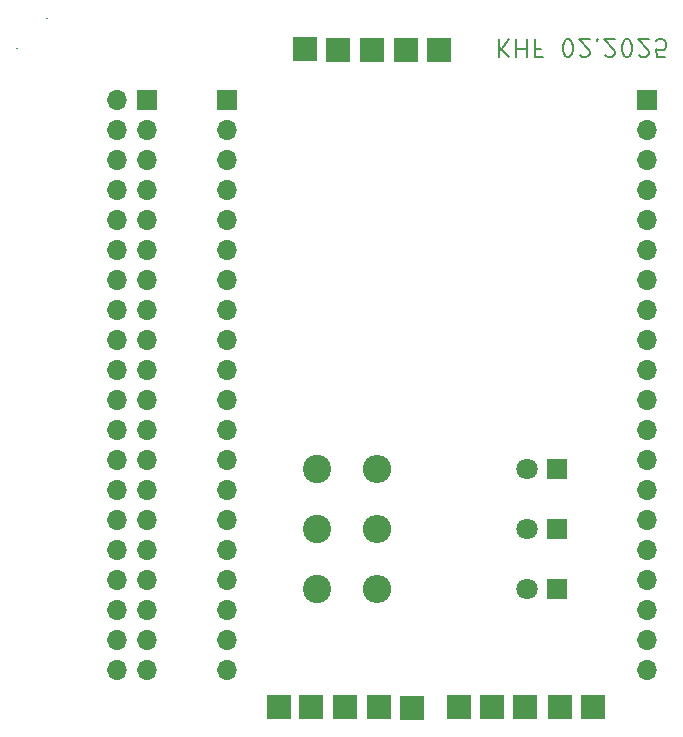
<source format=gbr>
%TF.GenerationSoftware,KiCad,Pcbnew,7.0.8*%
%TF.CreationDate,2025-02-20T14:53:18+01:00*%
%TF.ProjectId,Raspi,52617370-692e-46b6-9963-61645f706362,rev?*%
%TF.SameCoordinates,Original*%
%TF.FileFunction,Soldermask,Bot*%
%TF.FilePolarity,Negative*%
%FSLAX46Y46*%
G04 Gerber Fmt 4.6, Leading zero omitted, Abs format (unit mm)*
G04 Created by KiCad (PCBNEW 7.0.8) date 2025-02-20 14:53:18*
%MOMM*%
%LPD*%
G01*
G04 APERTURE LIST*
%ADD10C,0.150000*%
%ADD11R,2.000000X2.000000*%
%ADD12C,2.400000*%
%ADD13O,2.400000X2.400000*%
%ADD14R,1.800000X1.800000*%
%ADD15C,1.800000*%
%ADD16O,1.700000X1.700000*%
%ADD17R,1.700000X1.700000*%
G04 APERTURE END LIST*
D10*
X117602001Y-71374000D02*
G75*
G03*
X117602001Y-71374000I-1J0D01*
G01*
X115062001Y-73914000D02*
G75*
G03*
X115062001Y-73914000I-1J0D01*
G01*
X155837826Y-73125371D02*
X155837826Y-74625371D01*
X156694969Y-73125371D02*
X156052112Y-73982514D01*
X156694969Y-74625371D02*
X155837826Y-73768228D01*
X157337826Y-73125371D02*
X157337826Y-74625371D01*
X157337826Y-73911085D02*
X158194969Y-73911085D01*
X158194969Y-73125371D02*
X158194969Y-74625371D01*
X159409255Y-73911085D02*
X158909255Y-73911085D01*
X158909255Y-73125371D02*
X158909255Y-74625371D01*
X158909255Y-74625371D02*
X159623541Y-74625371D01*
X161623541Y-74625371D02*
X161766398Y-74625371D01*
X161766398Y-74625371D02*
X161909255Y-74553942D01*
X161909255Y-74553942D02*
X161980684Y-74482514D01*
X161980684Y-74482514D02*
X162052112Y-74339657D01*
X162052112Y-74339657D02*
X162123541Y-74053942D01*
X162123541Y-74053942D02*
X162123541Y-73696800D01*
X162123541Y-73696800D02*
X162052112Y-73411085D01*
X162052112Y-73411085D02*
X161980684Y-73268228D01*
X161980684Y-73268228D02*
X161909255Y-73196800D01*
X161909255Y-73196800D02*
X161766398Y-73125371D01*
X161766398Y-73125371D02*
X161623541Y-73125371D01*
X161623541Y-73125371D02*
X161480684Y-73196800D01*
X161480684Y-73196800D02*
X161409255Y-73268228D01*
X161409255Y-73268228D02*
X161337826Y-73411085D01*
X161337826Y-73411085D02*
X161266398Y-73696800D01*
X161266398Y-73696800D02*
X161266398Y-74053942D01*
X161266398Y-74053942D02*
X161337826Y-74339657D01*
X161337826Y-74339657D02*
X161409255Y-74482514D01*
X161409255Y-74482514D02*
X161480684Y-74553942D01*
X161480684Y-74553942D02*
X161623541Y-74625371D01*
X162694969Y-74482514D02*
X162766397Y-74553942D01*
X162766397Y-74553942D02*
X162909255Y-74625371D01*
X162909255Y-74625371D02*
X163266397Y-74625371D01*
X163266397Y-74625371D02*
X163409255Y-74553942D01*
X163409255Y-74553942D02*
X163480683Y-74482514D01*
X163480683Y-74482514D02*
X163552112Y-74339657D01*
X163552112Y-74339657D02*
X163552112Y-74196800D01*
X163552112Y-74196800D02*
X163480683Y-73982514D01*
X163480683Y-73982514D02*
X162623540Y-73125371D01*
X162623540Y-73125371D02*
X163552112Y-73125371D01*
X164194968Y-73268228D02*
X164266397Y-73196800D01*
X164266397Y-73196800D02*
X164194968Y-73125371D01*
X164194968Y-73125371D02*
X164123540Y-73196800D01*
X164123540Y-73196800D02*
X164194968Y-73268228D01*
X164194968Y-73268228D02*
X164194968Y-73125371D01*
X164837826Y-74482514D02*
X164909254Y-74553942D01*
X164909254Y-74553942D02*
X165052112Y-74625371D01*
X165052112Y-74625371D02*
X165409254Y-74625371D01*
X165409254Y-74625371D02*
X165552112Y-74553942D01*
X165552112Y-74553942D02*
X165623540Y-74482514D01*
X165623540Y-74482514D02*
X165694969Y-74339657D01*
X165694969Y-74339657D02*
X165694969Y-74196800D01*
X165694969Y-74196800D02*
X165623540Y-73982514D01*
X165623540Y-73982514D02*
X164766397Y-73125371D01*
X164766397Y-73125371D02*
X165694969Y-73125371D01*
X166623540Y-74625371D02*
X166766397Y-74625371D01*
X166766397Y-74625371D02*
X166909254Y-74553942D01*
X166909254Y-74553942D02*
X166980683Y-74482514D01*
X166980683Y-74482514D02*
X167052111Y-74339657D01*
X167052111Y-74339657D02*
X167123540Y-74053942D01*
X167123540Y-74053942D02*
X167123540Y-73696800D01*
X167123540Y-73696800D02*
X167052111Y-73411085D01*
X167052111Y-73411085D02*
X166980683Y-73268228D01*
X166980683Y-73268228D02*
X166909254Y-73196800D01*
X166909254Y-73196800D02*
X166766397Y-73125371D01*
X166766397Y-73125371D02*
X166623540Y-73125371D01*
X166623540Y-73125371D02*
X166480683Y-73196800D01*
X166480683Y-73196800D02*
X166409254Y-73268228D01*
X166409254Y-73268228D02*
X166337825Y-73411085D01*
X166337825Y-73411085D02*
X166266397Y-73696800D01*
X166266397Y-73696800D02*
X166266397Y-74053942D01*
X166266397Y-74053942D02*
X166337825Y-74339657D01*
X166337825Y-74339657D02*
X166409254Y-74482514D01*
X166409254Y-74482514D02*
X166480683Y-74553942D01*
X166480683Y-74553942D02*
X166623540Y-74625371D01*
X167694968Y-74482514D02*
X167766396Y-74553942D01*
X167766396Y-74553942D02*
X167909254Y-74625371D01*
X167909254Y-74625371D02*
X168266396Y-74625371D01*
X168266396Y-74625371D02*
X168409254Y-74553942D01*
X168409254Y-74553942D02*
X168480682Y-74482514D01*
X168480682Y-74482514D02*
X168552111Y-74339657D01*
X168552111Y-74339657D02*
X168552111Y-74196800D01*
X168552111Y-74196800D02*
X168480682Y-73982514D01*
X168480682Y-73982514D02*
X167623539Y-73125371D01*
X167623539Y-73125371D02*
X168552111Y-73125371D01*
X169909253Y-74625371D02*
X169194967Y-74625371D01*
X169194967Y-74625371D02*
X169123539Y-73911085D01*
X169123539Y-73911085D02*
X169194967Y-73982514D01*
X169194967Y-73982514D02*
X169337825Y-74053942D01*
X169337825Y-74053942D02*
X169694967Y-74053942D01*
X169694967Y-74053942D02*
X169837825Y-73982514D01*
X169837825Y-73982514D02*
X169909253Y-73911085D01*
X169909253Y-73911085D02*
X169980682Y-73768228D01*
X169980682Y-73768228D02*
X169980682Y-73411085D01*
X169980682Y-73411085D02*
X169909253Y-73268228D01*
X169909253Y-73268228D02*
X169837825Y-73196800D01*
X169837825Y-73196800D02*
X169694967Y-73125371D01*
X169694967Y-73125371D02*
X169337825Y-73125371D01*
X169337825Y-73125371D02*
X169194967Y-73196800D01*
X169194967Y-73196800D02*
X169123539Y-73268228D01*
D11*
%TO.C,LP*%
X147964500Y-74004000D03*
%TD*%
%TO.C,LP*%
X150774500Y-74024000D03*
%TD*%
%TO.C,LP*%
X139454500Y-73974000D03*
%TD*%
%TO.C,LP*%
X142234500Y-74004000D03*
%TD*%
%TO.C,LP*%
X145064500Y-74004000D03*
%TD*%
%TO.C,LP*%
X160992000Y-129664000D03*
%TD*%
%TO.C,LP*%
X163802000Y-129684000D03*
%TD*%
%TO.C,LP*%
X152482000Y-129634000D03*
%TD*%
%TO.C,LP*%
X155262000Y-129664000D03*
%TD*%
%TO.C,LP*%
X158092000Y-129664000D03*
%TD*%
%TO.C,LP*%
X148522000Y-129704000D03*
%TD*%
%TO.C,LP*%
X145712000Y-129684000D03*
%TD*%
%TO.C,LP*%
X142812000Y-129684000D03*
%TD*%
%TO.C,LP*%
X139982000Y-129684000D03*
%TD*%
%TO.C,LP*%
X137202000Y-129654000D03*
%TD*%
D12*
%TO.C,R3*%
X140462000Y-109474000D03*
D13*
X145542000Y-109474000D03*
%TD*%
D12*
%TO.C,R2*%
X140462000Y-119634000D03*
D13*
X145542000Y-119634000D03*
%TD*%
D12*
%TO.C,R1*%
X140462000Y-114554000D03*
D13*
X145542000Y-114554000D03*
%TD*%
D14*
%TO.C,D3*%
X160782000Y-119634000D03*
D15*
X158242000Y-119634000D03*
%TD*%
%TO.C,D2*%
X158242000Y-114554000D03*
D14*
X160782000Y-114554000D03*
%TD*%
D15*
%TO.C,D1*%
X158242000Y-109474000D03*
D14*
X160782000Y-109474000D03*
%TD*%
D16*
%TO.C,J8*%
X132842000Y-126539000D03*
X132842000Y-123999000D03*
X132842000Y-121459000D03*
X132842000Y-118919000D03*
X132842000Y-116379000D03*
X132842000Y-113839000D03*
X132842000Y-111299000D03*
X132842000Y-108759000D03*
X132842000Y-106219000D03*
X132842000Y-103679000D03*
X132842000Y-101139000D03*
X132842000Y-98599000D03*
X132842000Y-96059000D03*
X132842000Y-93519000D03*
X132842000Y-90979000D03*
X132842000Y-88439000D03*
X132842000Y-85899000D03*
X132842000Y-83359000D03*
X132842000Y-80819000D03*
D17*
X132842000Y-78279000D03*
%TD*%
D16*
%TO.C,J7*%
X168402000Y-126539000D03*
X168402000Y-123999000D03*
X168402000Y-121459000D03*
X168402000Y-118919000D03*
X168402000Y-116379000D03*
X168402000Y-113839000D03*
X168402000Y-111299000D03*
X168402000Y-108759000D03*
X168402000Y-106219000D03*
X168402000Y-103679000D03*
X168402000Y-101139000D03*
X168402000Y-98599000D03*
X168402000Y-96059000D03*
X168402000Y-93519000D03*
X168402000Y-90979000D03*
X168402000Y-88439000D03*
X168402000Y-85899000D03*
X168402000Y-83359000D03*
X168402000Y-80819000D03*
D17*
X168402000Y-78279000D03*
%TD*%
D16*
%TO.C,J2*%
X123547000Y-126539000D03*
X126087000Y-126539000D03*
X123547000Y-123999000D03*
X126087000Y-123999000D03*
X123547000Y-121459000D03*
X126087000Y-121459000D03*
X123547000Y-118919000D03*
X126087000Y-118919000D03*
X123547000Y-116379000D03*
X126087000Y-116379000D03*
X123547000Y-113839000D03*
X126087000Y-113839000D03*
X123547000Y-111299000D03*
X126087000Y-111299000D03*
X123547000Y-108759000D03*
X126087000Y-108759000D03*
X123547000Y-106219000D03*
X126087000Y-106219000D03*
X123547000Y-103679000D03*
X126087000Y-103679000D03*
X123547000Y-101139000D03*
X126087000Y-101139000D03*
X123547000Y-98599000D03*
X126087000Y-98599000D03*
X123547000Y-96059000D03*
X126087000Y-96059000D03*
X123547000Y-93519000D03*
X126087000Y-93519000D03*
X123547000Y-90979000D03*
X126087000Y-90979000D03*
X123547000Y-88439000D03*
X126087000Y-88439000D03*
X123547000Y-85899000D03*
X126087000Y-85899000D03*
X123547000Y-83359000D03*
X126087000Y-83359000D03*
X123547000Y-80819000D03*
X126087000Y-80819000D03*
X123547000Y-78279000D03*
D17*
X126087000Y-78279000D03*
%TD*%
M02*

</source>
